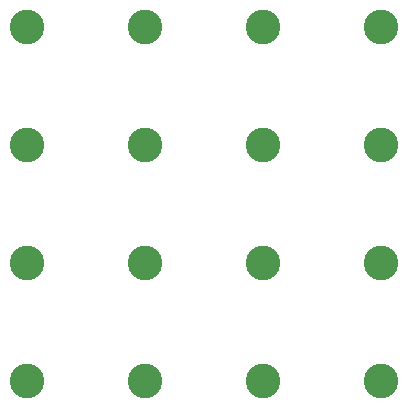
<source format=gbs>
%TF.GenerationSoftware,KiCad,Pcbnew,8.0.8*%
%TF.CreationDate,2025-02-10T21:52:26+00:00*%
%TF.ProjectId,ec30_4x4_jacplane_0.1,65633330-5f34-4783-945f-6a6163706c61,v0.1*%
%TF.SameCoordinates,PX8b3c880PY623a7c0*%
%TF.FileFunction,Soldermask,Bot*%
%TF.FilePolarity,Negative*%
%FSLAX46Y46*%
G04 Gerber Fmt 4.6, Leading zero omitted, Abs format (unit mm)*
G04 Created by KiCad (PCBNEW 8.0.8) date 2025-02-10 21:52:26*
%MOMM*%
%LPD*%
G01*
G04 APERTURE LIST*
%ADD10C,2.930000*%
G04 APERTURE END LIST*
D10*
%TO.C,J202*%
X5000000Y-5000000D03*
%TD*%
%TO.C,J000*%
X-15000000Y15000000D03*
%TD*%
%TO.C,J201*%
X-5000000Y-5000000D03*
%TD*%
%TO.C,J101*%
X-5000000Y5000000D03*
%TD*%
%TO.C,J303*%
X15000000Y-15000000D03*
%TD*%
%TO.C,J301*%
X-5000000Y-15000000D03*
%TD*%
%TO.C,J001*%
X-5000000Y15000000D03*
%TD*%
%TO.C,J103*%
X15000000Y5000000D03*
%TD*%
%TO.C,J002*%
X5000000Y15000000D03*
%TD*%
%TO.C,J003*%
X15000000Y15000000D03*
%TD*%
%TO.C,J300*%
X-15000000Y-15000000D03*
%TD*%
%TO.C,J102*%
X5000000Y5000000D03*
%TD*%
%TO.C,J302*%
X5000000Y-15000000D03*
%TD*%
%TO.C,J200*%
X-15000000Y-5000000D03*
%TD*%
%TO.C,J203*%
X15000000Y-5000000D03*
%TD*%
%TO.C,J100*%
X-15000000Y5000000D03*
%TD*%
M02*

</source>
